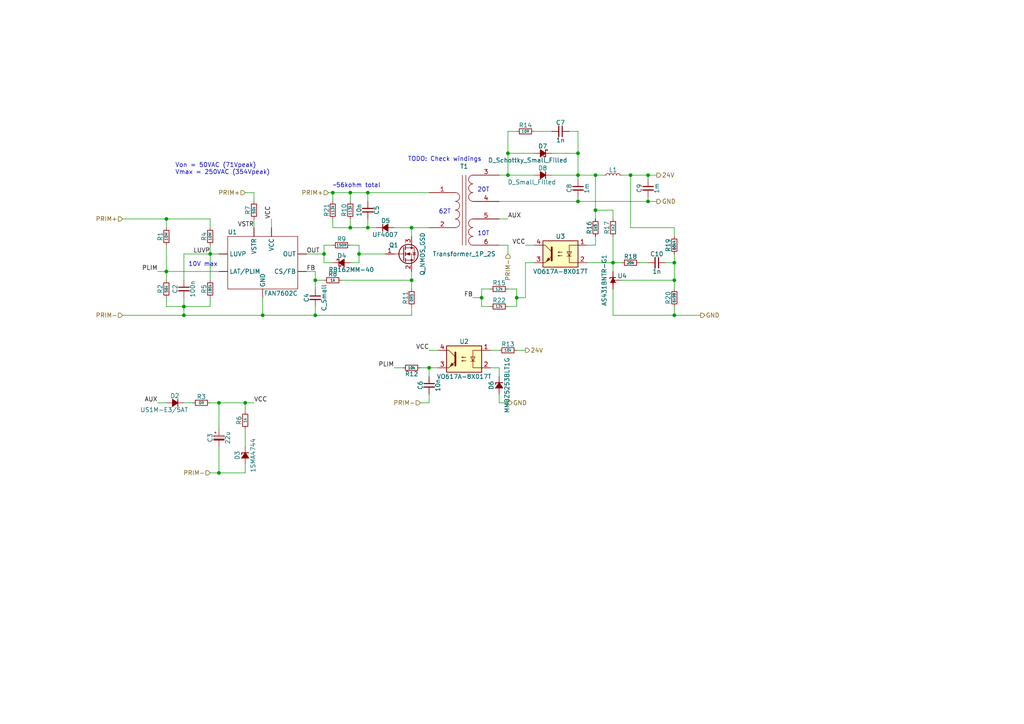
<source format=kicad_sch>
(kicad_sch (version 20211123) (generator eeschema)
  (paper "A4")
  (lib_symbols
    (symbol "DX-MON:FAN7602C" (pin_numbers hide)
      (property "Reference" "U" (at -10.16 8.89 0))
      (property "Value" "FAN7602C" (at 10.16 -8.89 0))
      (symbol "FAN7602C_0_1"
        (rectangle (start -10.16 7.62) (end 10.16 -7.62) (stroke (width 0.1524)))
      )
      (symbol "FAN7602C_1_1"
        (pin input line (at -12.7 2.54 0) (length 2.54) (name "LUVP") (number "1"))
        (pin input line (at -12.7 -2.54 0) (length 2.54) (name "LAT/PLIM") (number "2"))
        (pin input line (at 12.7 -2.54 180) (length 2.54) (name "CS/FB") (number "3"))
        (pin power_in line (at 0 -10.16 90) (length 2.54) (name "GND") (number "4"))
        (pin output line (at 12.7 2.54 180) (length 2.54) (name "OUT") (number "5"))
        (pin power_in line (at 2.54 10.16 270) (length 2.54) (name "VCC") (number "6"))
        (pin no_connect line (at 2.54 -7.62 90) (length 2.54) hide (name "NC") (number "7"))
        (pin power_in line (at -2.54 10.16 270) (length 2.54) (name "VSTR") (number "8"))
      )
    )
    (symbol "Device:C_Polarized_Small" (pin_numbers hide) (pin_names (offset 0.254) hide)
      (property "Reference" "C" (at 0.254 1.778 0))
      (property "Value" "C_Polarized_Small" (at 0.254 -2.032 0))
      (symbol "C_Polarized_Small_0_1"
        (rectangle (start -1.524 -0.3048) (end 1.524 -0.6858) (fill (type outline)))
        (rectangle (start -1.524 0.6858) (end 1.524 0.3048))
        (polyline (pts (xy -1.27 1.524) (xy -0.762 1.524)))
        (polyline (pts (xy -1.016 1.27) (xy -1.016 1.778)))
      )
      (symbol "C_Polarized_Small_1_1"
        (pin passive line (at 0 2.54 270) (length 1.8542) (name "~") (number "1"))
        (pin passive line (at 0 -2.54 90) (length 1.8542) (name "~") (number "2"))
      )
    )
    (symbol "Device:C_Small" (pin_numbers hide) (pin_names (offset 0.254) hide)
      (property "Reference" "C" (at 0.254 1.778 0))
      (property "Value" "C_Small" (at 0.254 -2.032 0))
      (symbol "C_Small_0_1"
        (polyline (pts (xy -1.524 -0.508) (xy 1.524 -0.508)) (stroke (width 0.3302)))
        (polyline (pts (xy -1.524 0.508) (xy 1.524 0.508)) (stroke (width 0.3048)))
      )
      (symbol "C_Small_1_1"
        (pin passive line (at 0 2.54 270) (length 2.032) (name "~") (number "1"))
        (pin passive line (at 0 -2.54 90) (length 2.032) (name "~") (number "2"))
      )
    )
    (symbol "Device:D_Schottky_Small_Filled" (pin_numbers hide) (pin_names (offset 0.254) hide)
      (property "Reference" "D" (at -1.27 2.032 0))
      (property "Value" "D_Schottky_Small_Filled" (at -7.112 -2.032 0))
      (symbol "D_Schottky_Small_Filled_0_1"
        (polyline (pts (xy -0.762 0) (xy 0.762 0)))
        (polyline (pts (xy 0.762 -1.016) (xy -0.762 0) (xy 0.762 1.016) (xy 0.762 -1.016)) (stroke (width 0.254)) (fill (type outline)))
        (polyline (pts (xy -1.27 0.762) (xy -1.27 1.016) (xy -0.762 1.016) (xy -0.762 -1.016) (xy -0.254 -1.016) (xy -0.254 -0.762)) (stroke (width 0.254)))
      )
      (symbol "D_Schottky_Small_Filled_1_1"
        (pin passive line (at -2.54 0 0) (length 1.778) (name "K") (number "1"))
        (pin passive line (at 2.54 0 180) (length 1.778) (name "A") (number "2"))
      )
    )
    (symbol "Device:D_Small_Filled" (pin_numbers hide) (pin_names (offset 0.254) hide)
      (property "Reference" "D" (at -1.27 2.032 0))
      (property "Value" "D_Small_Filled" (at -3.81 -2.032 0))
      (symbol "D_Small_Filled_0_1"
        (polyline (pts (xy -0.762 -1.016) (xy -0.762 1.016)) (stroke (width 0.254)))
        (polyline (pts (xy -0.762 0) (xy 0.762 0)))
        (polyline (pts (xy 0.762 -1.016) (xy -0.762 0) (xy 0.762 1.016) (xy 0.762 -1.016)) (stroke (width 0.254)) (fill (type outline)))
      )
      (symbol "D_Small_Filled_1_1"
        (pin passive line (at -2.54 0 0) (length 1.778) (name "K") (number "1"))
        (pin passive line (at 2.54 0 180) (length 1.778) (name "A") (number "2"))
      )
    )
    (symbol "Device:D_Zener_Small_Filled" (pin_numbers hide) (pin_names (offset 0.254) hide)
      (property "Reference" "D" (at 0 2.286 0))
      (property "Value" "D_Zener_Small_Filled" (at 0 -2.286 0))
      (symbol "D_Zener_Small_Filled_0_1"
        (polyline (pts (xy 0.762 0) (xy -0.762 0)))
        (polyline (pts (xy -0.254 1.016) (xy -0.762 1.016) (xy -0.762 -1.016)) (stroke (width 0.254)))
        (polyline (pts (xy 0.762 1.016) (xy -0.762 0) (xy 0.762 -1.016) (xy 0.762 1.016)) (stroke (width 0.254)) (fill (type outline)))
      )
      (symbol "D_Zener_Small_Filled_1_1"
        (pin passive line (at -2.54 0 0) (length 1.778) (name "K") (number "1"))
        (pin passive line (at 2.54 0 180) (length 1.778) (name "A") (number "2"))
      )
    )
    (symbol "Device:L_Small" (pin_numbers hide) (pin_names (offset 0.254) hide)
      (property "Reference" "L" (at 0.762 1.016 0))
      (property "Value" "L_Small" (at 0.762 -1.016 0))
      (symbol "L_Small_0_1"
        (arc (start 0 -2.032) (mid 0.508 -1.524) (end 0 -1.016))
        (arc (start 0 -1.016) (mid 0.508 -0.508) (end 0 0))
        (arc (start 0 0) (mid 0.508 0.508) (end 0 1.016))
        (arc (start 0 1.016) (mid 0.508 1.524) (end 0 2.032))
      )
      (symbol "L_Small_1_1"
        (pin passive line (at 0 2.54 270) (length 0.508) (name "~") (number "1"))
        (pin passive line (at 0 -2.54 90) (length 0.508) (name "~") (number "2"))
      )
    )
    (symbol "Device:Q_NMOS_GSD" (pin_names (offset 0) hide)
      (property "Reference" "Q" (at 5.08 1.27 0))
      (property "Value" "Q_NMOS_GSD" (at 5.08 -1.27 0))
      (symbol "Q_NMOS_GSD_0_1"
        (polyline (pts (xy 0.254 0) (xy -2.54 0)))
        (polyline (pts (xy 0.254 1.905) (xy 0.254 -1.905)) (stroke (width 0.254)))
        (polyline (pts (xy 0.762 -1.27) (xy 0.762 -2.286)) (stroke (width 0.254)))
        (polyline (pts (xy 0.762 0.508) (xy 0.762 -0.508)) (stroke (width 0.254)))
        (polyline (pts (xy 0.762 2.286) (xy 0.762 1.27)) (stroke (width 0.254)))
        (polyline (pts (xy 2.54 2.54) (xy 2.54 1.778)))
        (polyline (pts (xy 2.54 -2.54) (xy 2.54 0) (xy 0.762 0)))
        (polyline (pts (xy 0.762 -1.778) (xy 3.302 -1.778) (xy 3.302 1.778) (xy 0.762 1.778)))
        (polyline (pts (xy 1.016 0) (xy 2.032 0.381) (xy 2.032 -0.381) (xy 1.016 0)) (fill (type outline)))
        (polyline (pts (xy 2.794 0.508) (xy 2.921 0.381) (xy 3.683 0.381) (xy 3.81 0.254)))
        (polyline (pts (xy 3.302 0.381) (xy 2.921 -0.254) (xy 3.683 -0.254) (xy 3.302 0.381)))
        (circle (center 1.651 0) (radius 2.794) (stroke (width 0.254)))
        (circle (center 2.54 -1.778) (radius 0.254) (fill (type outline)))
        (circle (center 2.54 1.778) (radius 0.254) (fill (type outline)))
      )
      (symbol "Q_NMOS_GSD_1_1"
        (pin input line (at -5.08 0 0) (length 2.54) (name "G") (number "1"))
        (pin passive line (at 2.54 -5.08 90) (length 2.54) (name "S") (number "2"))
        (pin passive line (at 2.54 5.08 270) (length 2.54) (name "D") (number "3"))
      )
    )
    (symbol "Device:R_Small" (pin_numbers hide) (pin_names (offset 0.254) hide)
      (property "Reference" "R" (at 0.762 0.508 0))
      (property "Value" "R_Small" (at 0.762 -1.016 0))
      (symbol "R_Small_0_1"
        (rectangle (start -0.762 1.778) (end 0.762 -1.778) (stroke (width 0.2032)))
      )
      (symbol "R_Small_1_1"
        (pin passive line (at 0 2.54 270) (length 0.762) (name "~") (number "1"))
        (pin passive line (at 0 -2.54 90) (length 0.762) (name "~") (number "2"))
      )
    )
    (symbol "Device:Transformer_1P_2S" (pin_names (offset 1.016) hide)
      (property "Reference" "T" (at 0 12.7 0))
      (property "Value" "Transformer_1P_2S" (at 0 -12.7 0))
      (symbol "Transformer_1P_2S_0_1"
        (arc (start -2.54 -5.0546) (mid -1.6561 -4.6863) (end -1.27 -3.81))
        (arc (start -2.54 -2.5146) (mid -1.6561 -2.1463) (end -1.27 -1.27))
        (arc (start -2.54 0.0254) (mid -1.6561 0.3937) (end -1.27 1.27))
        (arc (start -2.54 2.5654) (mid -1.6561 2.9337) (end -1.27 3.81))
        (arc (start -1.27 -3.81) (mid -1.642 -2.912) (end -2.54 -2.54))
        (arc (start -1.27 -1.27) (mid -1.642 -0.372) (end -2.54 0))
        (arc (start -1.27 1.27) (mid -1.642 2.168) (end -2.54 2.54))
        (arc (start -1.27 3.81) (mid -1.642 4.708) (end -2.54 5.08))
        (polyline (pts (xy -0.508 -10.16) (xy -0.508 10.16)))
        (polyline (pts (xy 0.508 10.16) (xy 0.508 -10.16)))
        (arc (start 1.2954 -8.89) (mid 1.6599 -9.7701) (end 2.54 -10.1346))
        (arc (start 1.2954 -6.35) (mid 1.6599 -7.2301) (end 2.54 -7.5946))
        (arc (start 1.2954 -3.81) (mid 1.6599 -4.6901) (end 2.54 -5.0546))
        (arc (start 1.2954 3.81) (mid 1.6599 2.9299) (end 2.54 2.5654))
        (arc (start 1.2954 6.35) (mid 1.6599 5.4699) (end 2.54 5.1054))
        (arc (start 1.2954 8.89) (mid 1.6599 8.0099) (end 2.54 7.6454))
        (arc (start 2.54 -7.62) (mid 1.6456 -7.9883) (end 1.2954 -8.89))
        (arc (start 2.54 -5.08) (mid 1.6456 -5.4483) (end 1.2954 -6.35))
        (arc (start 2.54 -2.54) (mid 1.6456 -2.9083) (end 1.2954 -3.81))
        (arc (start 2.54 5.08) (mid 1.6456 4.7117) (end 1.2954 3.81))
        (arc (start 2.54 7.62) (mid 1.6456 7.2517) (end 1.2954 6.35))
        (arc (start 2.54 10.16) (mid 1.6456 9.7917) (end 1.2954 8.89))
      )
      (symbol "Transformer_1P_2S_1_1"
        (pin passive line (at -10.16 5.08 0) (length 7.62) (name "AA") (number "1"))
        (pin passive line (at -10.16 -5.08 0) (length 7.62) (name "AB") (number "2"))
        (pin passive line (at 10.16 10.16 180) (length 7.62) (name "SA") (number "3"))
        (pin passive line (at 10.16 2.54 180) (length 7.62) (name "SB") (number "4"))
        (pin passive line (at 10.16 -2.54 180) (length 7.62) (name "SC") (number "5"))
        (pin passive line (at 10.16 -10.16 180) (length 7.62) (name "SD") (number "6"))
      )
    )
    (symbol "Isolator:VO615A" (pin_names (offset 0.762))
      (property "Reference" "U" (at 0 7.62 0))
      (property "Value" "VO615A" (at 0 5.08 0))
      (symbol "VO615A_0_1"
        (rectangle (start -5.08 3.81) (end 5.08 -3.81) (stroke (width 0.254)) (fill (type background)))
        (polyline (pts (xy -3.175 -0.635) (xy -1.905 -0.635)))
        (polyline (pts (xy 2.54 0.635) (xy 4.445 2.54)))
        (polyline (pts (xy 4.445 -2.54) (xy 2.54 -0.635)) (fill (type outline)))
        (polyline (pts (xy 4.445 -2.54) (xy 5.08 -2.54)))
        (polyline (pts (xy 4.445 2.54) (xy 5.08 2.54)))
        (polyline (pts (xy 2.54 1.905) (xy 2.54 -1.905) (xy 2.54 -1.905)) (stroke (width 0.508)))
        (polyline (pts (xy -5.08 2.54) (xy -2.54 2.54) (xy -2.54 -2.54) (xy -5.08 -2.54)))
        (polyline (pts (xy -2.54 -0.635) (xy -3.175 0.635) (xy -1.905 0.635) (xy -2.54 -0.635)))
        (polyline (pts (xy -0.508 -0.508) (xy 0.762 -0.508) (xy 0.381 -0.635) (xy 0.381 -0.381) (xy 0.762 -0.508)))
        (polyline (pts (xy -0.508 0.508) (xy 0.762 0.508) (xy 0.381 0.381) (xy 0.381 0.635) (xy 0.762 0.508)))
        (polyline (pts (xy 3.048 -1.651) (xy 3.556 -1.143) (xy 4.064 -2.159) (xy 3.048 -1.651) (xy 3.048 -1.651)) (fill (type outline)))
      )
      (symbol "VO615A_1_1"
        (pin passive line (at -7.62 2.54 0) (length 2.54) (name "~") (number "1"))
        (pin passive line (at -7.62 -2.54 0) (length 2.54) (name "~") (number "2"))
        (pin passive line (at 7.62 -2.54 180) (length 2.54) (name "~") (number "3"))
        (pin passive line (at 7.62 2.54 180) (length 2.54) (name "~") (number "4"))
      )
    )
    (symbol "Reference_Voltage:TL431DBZ" (pin_numbers hide) (pin_names hide)
      (property "Reference" "U" (at -2.54 2.54 0))
      (property "Value" "TL431DBZ" (at 0 -2.54 0))
      (symbol "TL431DBZ_0_1"
        (polyline (pts (xy -1.27 0) (xy 0 0) (xy 1.27 0)))
        (polyline (pts (xy -0.762 0.762) (xy 0.762 0) (xy -0.762 -0.762)) (fill (type outline)))
        (polyline (pts (xy 0.508 -1.016) (xy 0.762 -0.762) (xy 0.762 0.762) (xy 0.762 0.762)) (stroke (width 0.254)))
      )
      (symbol "TL431DBZ_1_1"
        (pin passive line (at 2.54 0 180) (length 2.54) (name "K") (number "1"))
        (pin passive line (at 0 2.54 270) (length 2.54) (name "REF") (number "2"))
        (pin passive line (at -2.54 0 0) (length 2.54) (name "A") (number "3"))
      )
    )
  )
  (junction (at 182.88 50.8))
  (junction (at 187.96 50.8))
  (junction (at 172.72 60.96))
  (junction (at 167.64 44.45))
  (junction (at 119.38 81.28))
  (junction (at 101.6 66.04))
  (junction (at 96.52 55.88))
  (junction (at 53.34 91.44))
  (junction (at 48.26 63.5))
  (junction (at 195.58 91.44))
  (junction (at 147.32 44.45))
  (junction (at 195.58 81.28))
  (junction (at 167.64 58.42))
  (junction (at 71.12 116.84))
  (junction (at 124.46 106.68))
  (junction (at 53.34 88.9))
  (junction (at 48.26 78.74))
  (junction (at 104.14 73.66))
  (junction (at 195.58 76.2))
  (junction (at 139.7 86.36))
  (junction (at 63.5 116.84))
  (junction (at 76.2 91.44))
  (junction (at 101.6 55.88))
  (junction (at 177.8 76.2))
  (junction (at 119.38 66.04))
  (junction (at 63.5 137.16))
  (junction (at 172.72 50.8))
  (junction (at 106.68 55.88))
  (junction (at 60.96 73.66))
  (junction (at 91.44 91.44))
  (junction (at 147.32 50.8))
  (junction (at 149.86 86.36))
  (junction (at 91.44 81.28))
  (junction (at 106.68 66.04))
  (junction (at 167.64 50.8))
  (junction (at 187.96 58.42))
  (junction (at 93.98 73.66))
  (wire (pts (xy 96.52 55.88) (xy 101.6 55.88)))
  (wire (pts (xy 60.96 81.28) (xy 60.96 73.66)))
  (wire (pts (xy 152.4 71.12) (xy 154.94 71.12)))
  (wire (pts (xy 60.96 137.16) (xy 63.5 137.16)))
  (wire (pts (xy 149.86 88.9) (xy 149.86 86.36)))
  (wire (pts (xy 177.8 63.5) (xy 177.8 60.96)))
  (wire (pts (xy 48.26 63.5) (xy 60.96 63.5)))
  (wire (pts (xy 144.78 101.6) (xy 142.24 101.6)))
  (wire (pts (xy 139.7 86.36) (xy 137.16 86.36)))
  (wire (pts (xy 124.46 116.84) (xy 124.46 114.3)))
  (wire (pts (xy 139.7 88.9) (xy 139.7 86.36)))
  (wire (pts (xy 147.32 88.9) (xy 149.86 88.9)))
  (wire (pts (xy 71.12 124.46) (xy 71.12 129.54)))
  (wire (pts (xy 78.74 63.5) (xy 78.74 66.04)))
  (wire (pts (xy 48.26 78.74) (xy 63.5 78.74)))
  (wire (pts (xy 177.8 76.2) (xy 177.8 68.58)))
  (wire (pts (xy 187.96 76.2) (xy 185.42 76.2)))
  (wire (pts (xy 48.26 71.12) (xy 48.26 78.74)))
  (wire (pts (xy 160.02 38.1) (xy 154.94 38.1)))
  (wire (pts (xy 167.64 58.42) (xy 187.96 58.42)))
  (wire (pts (xy 124.46 109.22) (xy 124.46 106.68)))
  (wire (pts (xy 182.88 50.8) (xy 182.88 66.04)))
  (wire (pts (xy 63.5 116.84) (xy 71.12 116.84)))
  (wire (pts (xy 119.38 66.04) (xy 119.38 68.58)))
  (wire (pts (xy 142.24 106.68) (xy 144.78 106.68)))
  (wire (pts (xy 149.86 83.82) (xy 147.32 83.82)))
  (wire (pts (xy 96.52 66.04) (xy 101.6 66.04)))
  (wire (pts (xy 53.34 116.84) (xy 55.88 116.84)))
  (wire (pts (xy 35.56 91.44) (xy 53.34 91.44)))
  (wire (pts (xy 195.58 88.9) (xy 195.58 91.44)))
  (wire (pts (xy 93.98 71.12) (xy 93.98 73.66)))
  (wire (pts (xy 114.3 66.04) (xy 119.38 66.04)))
  (wire (pts (xy 167.64 44.45) (xy 167.64 50.8)))
  (wire (pts (xy 101.6 63.5) (xy 101.6 66.04)))
  (wire (pts (xy 53.34 73.66) (xy 60.96 73.66)))
  (wire (pts (xy 147.32 63.5) (xy 144.78 63.5)))
  (wire (pts (xy 99.06 81.28) (xy 119.38 81.28)))
  (wire (pts (xy 172.72 50.8) (xy 172.72 60.96)))
  (wire (pts (xy 60.96 86.36) (xy 60.96 88.9)))
  (wire (pts (xy 167.64 50.8) (xy 172.72 50.8)))
  (wire (pts (xy 187.96 50.8) (xy 190.5 50.8)))
  (wire (pts (xy 104.14 71.12) (xy 104.14 73.66)))
  (wire (pts (xy 144.78 116.84) (xy 147.32 116.84)))
  (wire (pts (xy 45.72 116.84) (xy 48.26 116.84)))
  (wire (pts (xy 147.32 50.8) (xy 147.32 44.45)))
  (wire (pts (xy 144.78 116.84) (xy 144.78 114.3)))
  (wire (pts (xy 195.58 81.28) (xy 195.58 83.82)))
  (wire (pts (xy 121.92 106.68) (xy 124.46 106.68)))
  (wire (pts (xy 149.86 86.36) (xy 149.86 83.82)))
  (wire (pts (xy 195.58 76.2) (xy 195.58 81.28)))
  (wire (pts (xy 53.34 88.9) (xy 53.34 91.44)))
  (wire (pts (xy 93.98 76.2) (xy 96.52 76.2)))
  (wire (pts (xy 48.26 63.5) (xy 48.26 66.04)))
  (wire (pts (xy 154.94 44.45) (xy 147.32 44.45)))
  (wire (pts (xy 182.88 50.8) (xy 187.96 50.8)))
  (wire (pts (xy 144.78 106.68) (xy 144.78 109.22)))
  (wire (pts (xy 170.18 76.2) (xy 177.8 76.2)))
  (wire (pts (xy 71.12 116.84) (xy 71.12 119.38)))
  (wire (pts (xy 45.72 78.74) (xy 48.26 78.74)))
  (wire (pts (xy 142.24 83.82) (xy 139.7 83.82)))
  (wire (pts (xy 167.64 57.15) (xy 167.64 58.42)))
  (wire (pts (xy 93.98 73.66) (xy 93.98 76.2)))
  (wire (pts (xy 76.2 91.44) (xy 91.44 91.44)))
  (wire (pts (xy 95.25 55.88) (xy 96.52 55.88)))
  (wire (pts (xy 96.52 63.5) (xy 96.52 66.04)))
  (wire (pts (xy 60.96 88.9) (xy 53.34 88.9)))
  (wire (pts (xy 73.66 55.88) (xy 73.66 58.42)))
  (wire (pts (xy 121.92 116.84) (xy 124.46 116.84)))
  (wire (pts (xy 195.58 91.44) (xy 203.2 91.44)))
  (wire (pts (xy 71.12 55.88) (xy 73.66 55.88)))
  (wire (pts (xy 53.34 91.44) (xy 76.2 91.44)))
  (wire (pts (xy 71.12 134.62) (xy 71.12 137.16)))
  (wire (pts (xy 152.4 86.36) (xy 149.86 86.36)))
  (wire (pts (xy 53.34 86.36) (xy 53.34 88.9)))
  (wire (pts (xy 165.1 38.1) (xy 167.64 38.1)))
  (wire (pts (xy 109.22 66.04) (xy 106.68 66.04)))
  (wire (pts (xy 149.86 101.6) (xy 152.4 101.6)))
  (wire (pts (xy 35.56 63.5) (xy 48.26 63.5)))
  (wire (pts (xy 91.44 91.44) (xy 119.38 91.44)))
  (wire (pts (xy 172.72 60.96) (xy 172.72 63.5)))
  (wire (pts (xy 167.64 58.42) (xy 144.78 58.42)))
  (wire (pts (xy 187.96 57.15) (xy 187.96 58.42)))
  (wire (pts (xy 139.7 88.9) (xy 142.24 88.9)))
  (wire (pts (xy 76.2 86.36) (xy 76.2 91.44)))
  (wire (pts (xy 187.96 52.07) (xy 187.96 50.8)))
  (wire (pts (xy 48.26 81.28) (xy 48.26 78.74)))
  (wire (pts (xy 119.38 83.82) (xy 119.38 81.28)))
  (wire (pts (xy 147.32 38.1) (xy 149.86 38.1)))
  (wire (pts (xy 60.96 73.66) (xy 63.5 73.66)))
  (wire (pts (xy 119.38 66.04) (xy 124.46 66.04)))
  (wire (pts (xy 152.4 76.2) (xy 152.4 86.36)))
  (wire (pts (xy 60.96 116.84) (xy 63.5 116.84)))
  (wire (pts (xy 101.6 71.12) (xy 104.14 71.12)))
  (wire (pts (xy 170.18 71.12) (xy 172.72 71.12)))
  (wire (pts (xy 101.6 58.42) (xy 101.6 55.88)))
  (wire (pts (xy 167.64 38.1) (xy 167.64 44.45)))
  (wire (pts (xy 71.12 137.16) (xy 63.5 137.16)))
  (wire (pts (xy 101.6 66.04) (xy 106.68 66.04)))
  (wire (pts (xy 73.66 116.84) (xy 71.12 116.84)))
  (wire (pts (xy 96.52 71.12) (xy 93.98 71.12)))
  (wire (pts (xy 106.68 55.88) (xy 106.68 58.42)))
  (wire (pts (xy 91.44 88.9) (xy 91.44 91.44)))
  (wire (pts (xy 96.52 58.42) (xy 96.52 55.88)))
  (wire (pts (xy 175.26 50.8) (xy 172.72 50.8)))
  (wire (pts (xy 124.46 106.68) (xy 127 106.68)))
  (wire (pts (xy 144.78 71.12) (xy 147.32 71.12)))
  (wire (pts (xy 60.96 71.12) (xy 60.96 73.66)))
  (wire (pts (xy 91.44 78.74) (xy 91.44 81.28)))
  (wire (pts (xy 119.38 81.28) (xy 119.38 78.74)))
  (wire (pts (xy 104.14 73.66) (xy 111.76 73.66)))
  (wire (pts (xy 88.9 78.74) (xy 91.44 78.74)))
  (wire (pts (xy 101.6 55.88) (xy 106.68 55.88)))
  (wire (pts (xy 167.64 50.8) (xy 160.02 50.8)))
  (wire (pts (xy 144.78 50.8) (xy 147.32 50.8)))
  (wire (pts (xy 177.8 60.96) (xy 172.72 60.96)))
  (wire (pts (xy 63.5 137.16) (xy 63.5 129.54)))
  (wire (pts (xy 124.46 101.6) (xy 127 101.6)))
  (wire (pts (xy 106.68 66.04) (xy 106.68 63.5)))
  (wire (pts (xy 193.04 76.2) (xy 195.58 76.2)))
  (wire (pts (xy 154.94 50.8) (xy 147.32 50.8)))
  (wire (pts (xy 195.58 66.04) (xy 182.88 66.04)))
  (wire (pts (xy 60.96 63.5) (xy 60.96 66.04)))
  (wire (pts (xy 187.96 58.42) (xy 190.5 58.42)))
  (wire (pts (xy 48.26 88.9) (xy 53.34 88.9)))
  (wire (pts (xy 147.32 73.66) (xy 147.32 71.12)))
  (wire (pts (xy 88.9 73.66) (xy 93.98 73.66)))
  (wire (pts (xy 101.6 76.2) (xy 104.14 76.2)))
  (wire (pts (xy 154.94 76.2) (xy 152.4 76.2)))
  (wire (pts (xy 91.44 81.28) (xy 91.44 83.82)))
  (wire (pts (xy 53.34 81.28) (xy 53.34 73.66)))
  (wire (pts (xy 195.58 73.66) (xy 195.58 76.2)))
  (wire (pts (xy 177.8 76.2) (xy 177.8 78.74)))
  (wire (pts (xy 180.34 81.28) (xy 195.58 81.28)))
  (wire (pts (xy 180.34 76.2) (xy 177.8 76.2)))
  (wire (pts (xy 139.7 83.82) (xy 139.7 86.36)))
  (wire (pts (xy 114.3 106.68) (xy 116.84 106.68)))
  (wire (pts (xy 167.64 52.07) (xy 167.64 50.8)))
  (wire (pts (xy 195.58 68.58) (xy 195.58 66.04)))
  (wire (pts (xy 172.72 71.12) (xy 172.72 68.58)))
  (wire (pts (xy 180.34 50.8) (xy 182.88 50.8)))
  (wire (pts (xy 124.46 55.88) (xy 106.68 55.88)))
  (wire (pts (xy 160.02 44.45) (xy 167.64 44.45)))
  (wire (pts (xy 147.32 44.45) (xy 147.32 38.1)))
  (wire (pts (xy 177.8 91.44) (xy 195.58 91.44)))
  (wire (pts (xy 73.66 63.5) (xy 73.66 66.04)))
  (wire (pts (xy 104.14 76.2) (xy 104.14 73.66)))
  (wire (pts (xy 93.98 81.28) (xy 91.44 81.28)))
  (wire (pts (xy 177.8 83.82) (xy 177.8 91.44)))
  (wire (pts (xy 63.5 124.46) (xy 63.5 116.84)))
  (wire (pts (xy 119.38 88.9) (xy 119.38 91.44)))
  (wire (pts (xy 48.26 86.36) (xy 48.26 88.9)))
  (text "62T" (at 130.81 62.23 180) (effects (font (size 1.27 1.27)) (justify right bottom)))
  (text "~56kohm total" (at 96.52 54.61 0) (effects (font (size 1.27 1.27)) (justify left bottom)))
  (text "10V max" (at 54.61 77.47 0) (effects (font (size 1.27 1.27)) (justify left bottom)))
  (text "Von = 50VAC (71Vpeak)\nVmax = 250VAC (354Vpeak)" (at 50.8 50.8 0) (effects (font (size 1.27 1.27)) (justify left bottom)))
  (text "20T" (at 138.43 55.88 0) (effects (font (size 1.27 1.27)) (justify left bottom)))
  (text "10T" (at 138.4296 68.5585 0) (effects (font (size 1.27 1.27)) (justify left bottom)))
  (text "TODO: Check windings" (at 139.7 46.99 180) (effects (font (size 1.27 1.27)) (justify right bottom)))
  (label "VSTR" (at 73.66 66.04 180))
  (label "FB" (at 137.16 86.36 180))
  (label "VCC" (at 152.4 71.12 180))
  (label "FB" (at 88.9 78.74 0))
  (label "AUX" (at 147.32 63.5 0))
  (label "VCC" (at 73.66 116.84 0))
  (label "OUT" (at 88.9 73.66 0))
  (label "PLIM" (at 45.72 78.74 180))
  (label "VCC" (at 124.46 101.6 180))
  (label "PLIM" (at 114.3 106.68 180))
  (label "AUX" (at 45.72 116.84 180))
  (label "LUVP" (at 60.96 73.66 180))
  (label "VCC" (at 78.74 63.5 90))
  (hierarchical_label "PRIM-" (shape input) (at 60.96 137.16 180))
  (hierarchical_label "GND" (shape output) (at 147.32 116.84 0))
  (hierarchical_label "24V" (shape output) (at 190.5 50.8 0))
  (hierarchical_label "PRIM-" (shape input) (at 147.32 73.66 270))
  (hierarchical_label "PRIM+" (shape input) (at 95.25 55.88 180))
  (hierarchical_label "PRIM+" (shape input) (at 35.56 63.5 180))
  (hierarchical_label "PRIM+" (shape input) (at 71.12 55.88 180))
  (hierarchical_label "PRIM-" (shape input) (at 121.92 116.84 180))
  (hierarchical_label "GND" (shape output) (at 190.5 58.42 0))
  (hierarchical_label "GND" (shape output) (at 203.2 91.44 0))
  (hierarchical_label "PRIM-" (shape input) (at 35.56 91.44 180))
  (hierarchical_label "24V" (shape output) (at 152.4 101.6 0))
  (symbol (lib_id "Device:R_Small") (at 147.32 101.6 270) (unit 1)
    (property "Reference" "R13" (at 147.32 99.822 90))
    (property "Value" "10k" (at 147.32 101.6 90) (effects (font (size 0.762 0.762))))
    (property "Footprint" "rhais_rcl:R0603" (effects hide))
    (property "Datasheet" "https://www.vishay.com/docs/28773/crcwce3.pdf" (effects hide))
    (property "MFR" "Vishay Dale" (effects hide))
    (property "MPN" "CRCW060310K0FKEBC" (effects hide))
    (property "OC_DIGIKEY" "541-CRCW060310K0FKEBCCT-ND" (effects hide))
    (property "URL_DIGIKEY" "https://www.digikey.com/en/products/detail/vishay-dale/CRCW060310K0FKEBC/7924296" (effects hide))
  )
  (symbol (lib_id "Device:D_Schottky_Small_Filled") (at 99.06 76.2 0) (unit 1)
    (property "Reference" "D4" (at 97.79 74.168 0) (effects (justify left)))
    (property "Value" "RB162MM-40" (at 95.25 78.232 0) (effects (justify left)))
    (property "Footprint" "Diode_SMD:D_SOD-123F" (effects hide))
    (property "Datasheet" "https://fscdn.rohm.com/en/products/databook/datasheet/discrete/diode/schottky_barrier/rb162mm-40tr-e.pdf" (effects hide))
    (property "MFR" "Rohm" (effects hide))
    (property "MPN" "RB162MM-40TR" (effects hide))
    (property "OC_DIGIKEY" "RB162MM-40CT-ND" (effects hide))
    (property "URL_DIGIKEY" "digikey.com/en/products/detail/rohm-semiconductor/RB162MM-40TR/5001868" (effects hide))
  )
  (symbol (lib_id "Device:L_Small") (at 177.8 50.8 90) (unit 1)
    (property "Reference" "L1" (at 177.8 49.276 90))
    (property "Datasheet" "https://www.bourns.com/docs/Product-Datasheets/PQ2614.pdf" (effects hide))
    (property "MFR" "Bourns" (effects hide))
    (property "MPN" "PQ2614BLA-100K" (effects hide))
    (property "OC_DIGIKEY" "PQ2614BLA-100K-ND" (effects hide))
    (property "URL_DIGIKEY" "https://www.digikey.com/en/products/detail/bourns-inc/PQ2614BLA-100K/7695905" (effects hide))
  )
  (symbol (lib_id "Device:R_Small") (at 195.58 86.36 0) (unit 1)
    (property "Reference" "R20" (at 193.802 86.36 90))
    (property "Value" "6k98" (at 195.58 86.36 90) (effects (font (size 0.762 0.762))))
    (property "Footprint" "rhais_rcl:R0603" (effects hide))
    (property "Datasheet" "https://www.yageo.com/upload/media/product/productsearch/datasheet/rchip/PYu-RC_Group_51_RoHS_L_11.pdf" (effects hide))
    (property "MFR" "Yageo" (effects hide))
    (property "MPN" "RC0603FR-076K98L" (effects hide))
    (property "OC_DIGIKEY" "311-6.98KHRCT-ND" (effects hide))
    (property "URL_DIGIKEY" "https://www.digikey.com/en/products/detail/yageo/RC0603FR-076K98L/727326" (effects hide))
  )
  (symbol (lib_id "Device:C_Small") (at 91.44 86.36 0) (unit 1)
    (property "Reference" "C4" (at 88.9 86.36 90))
    (property "Value" "C_Small" (at 93.98 86.36 90))
  )
  (symbol (lib_id "Device:R_Small") (at 119.38 106.68 90) (unit 1)
    (property "Reference" "R12" (at 119.38 108.458 90))
    (property "Value" "10k" (at 119.38 106.68 90) (effects (font (size 0.762 0.762))))
    (property "Footprint" "rhais_rcl:R0603" (effects hide))
    (property "Datasheet" "https://www.vishay.com/docs/28773/crcwce3.pdf" (effects hide))
    (property "MFR" "Vishay Dale" (effects hide))
    (property "MPN" "CRCW060310K0FKEBC" (effects hide))
    (property "OC_DIGIKEY" "541-CRCW060310K0FKEBCCT-ND" (effects hide))
    (property "URL_DIGIKEY" "https://www.digikey.com/en/products/detail/vishay-dale/CRCW060310K0FKEBC/7924296" (effects hide))
  )
  (symbol (lib_id "Device:C_Small") (at 162.56 38.1 270) (unit 1)
    (property "Reference" "C7" (at 162.56 35.56 90))
    (property "Value" "1n" (at 162.56 40.64 90))
    (property "Footprint" "rhais_rcl:C1206" (effects hide))
    (property "Datasheet" "https://api.kemet.com/component-edge/download/datasheet/C1206C102KDRACTU.pdf" (effects hide))
    (property "MFR" "Kemet" (effects hide))
    (property "MPN" "C1206C102KDRAC7800" (effects hide))
    (property "OC_DIGIKEY" "399-C1206C102KDRAC7800CT-ND" (effects hide))
    (property "URL_DIGIKEY" "https://www.digikey.com/en/products/detail/kemet/C1206C102KDRAC7800/721282" (effects hide))
  )
  (symbol (lib_id "Device:D_Small_Filled") (at 50.8 116.84 0) (mirror y) (unit 1)
    (property "Reference" "D2" (at 52.07 114.808 0) (effects (justify left)))
    (property "Value" "US1M-E3/5AT" (at 54.61 118.872 0) (effects (justify left)))
    (property "Footprint" "rhais_diode:D_SMA" (effects hide))
    (property "Datasheet" "https://www.vishay.com/docs/88768/us1.pdf" (effects hide))
    (property "MFR" "Vishay" (effects hide))
    (property "MPN" "US1M-E3/5AT" (effects hide))
    (property "OC_DIGIKEY" "US1M-E3/5ATGICT-ND" (effects hide))
    (property "URL_DIGIKEY" "https://www.digikey.com/en/products/detail/vishay-general-semiconductor-diodes-division/US1M-E3-5AT/2149381" (effects hide))
  )
  (symbol (lib_id "Device:R_Small") (at 48.26 68.58 0) (unit 1)
    (property "Reference" "R1" (at 46.482 68.58 90))
    (property "Value" "10M" (at 48.26 68.58 90) (effects (font (size 0.762 0.762))))
    (property "Footprint" "rhais_rcl:R0805" (effects hide))
    (property "Datasheet" "https://www.vishay.com/docs/20054/rcve3.pdf" (effects hide))
    (property "MFR" "Vishay Dale" (effects hide))
    (property "MPN" "RCV080510M0FKEA" (effects hide))
    (property "OC_DIGIKEY" "BC2815CT-ND" (effects hide))
    (property "URL_DIGIKEY" "https://www.digikey.com/en/products/detail/vishay-dale/RCV080510M0FKEA/4303581" (effects hide))
  )
  (symbol (lib_id "Device:R_Small") (at 177.8 66.04 0) (unit 1)
    (property "Reference" "R17" (at 176.022 66.04 90))
    (property "Value" "1k2" (at 177.8 66.04 90) (effects (font (size 0.762 0.762))))
    (property "Footprint" "rhais_rcl:R0603" (effects hide))
    (property "Datasheet" "https://www.vishay.com/docs/28773/crcwce3.pdf" (effects hide))
    (property "MFR" "Vishay Dale" (effects hide))
    (property "MPN" "CRCW06031K20FKEAC" (effects hide))
    (property "OC_DIGIKEY" "541-5225-1-ND" (effects hide))
    (property "URL_DIGIKEY" "https://www.digikey.com/en/products/detail/vishay-dale/CRCW06031K20FKEAC/7924070" (effects hide))
  )
  (symbol (lib_id "Device:R_Small") (at 73.66 60.96 0) (unit 1)
    (property "Reference" "R7" (at 71.882 60.96 90))
    (property "Value" "50k" (at 73.66 60.96 90) (effects (font (size 0.762 0.762))))
    (property "Datasheet" "https://www.yageo.com/upload/media/product/productsearch/datasheet/rchip/PYu-RC_Group_51_RoHS_L_11.pdf" (effects hide))
    (property "MFR" "Yageo" (effects hide))
    (property "MPN" "RC1210FR-0747KL" (effects hide))
    (property "OC_DIGIKEY" "13-RC1210FR-0747KLCT-ND" (effects hide))
    (property "URL_DIGIKEY" "https://www.digikey.com/en/products/detail/yageo/RC1210FR-0747KL/5919614" (effects hide))
  )
  (symbol (lib_id "Device:D_Schottky_Small_Filled") (at 157.48 44.45 0) (mirror y) (unit 1)
    (property "Reference" "D7" (at 158.75 42.418 0) (effects (justify left)))
    (property "Value" "D_Schottky_Small_Filled" (at 164.592 46.482 0) (effects (justify left)))
  )
  (symbol (lib_id "Isolator:VO615A") (at 162.56 73.66 0) (mirror y) (unit 1)
    (property "Reference" "U3" (at 162.56 68.58 0))
    (property "Value" "VO617A-8X017T" (at 162.56 78.74 0))
    (property "Footprint" "Package_SO:SO-4_7.6x3.6mm_P2.54mm" (effects hide))
    (property "Datasheet" "https://www.vishay.com/docs/83430/vo617a.pdf" (effects hide))
    (property "MFR" "Vishay" (effects hide))
    (property "MPN" "VO617A-8X017T" (effects hide))
    (property "OC_DIGIKEY" "VO617A-8X017TCT-ND" (effects hide))
    (property "URL_DIGIKEY" "https://www.digikey.com/en/products/detail/vishay-semiconductor-opto-division/VO617A-8X017T/4073953" (effects hide))
  )
  (symbol (lib_id "Device:C_Small") (at 124.46 111.76 0) (unit 1)
    (property "Reference" "C6" (at 121.92 111.76 90))
    (property "Value" "10n" (at 127 111.76 90))
    (property "Footprint" "rhais_rcl:C0603" (effects hide))
    (property "Datasheet" "http://www.passivecomponent.com/wp-content/uploads/datasheet/WTC_MLCC_General_Purpose.pdf" (effects hide))
    (property "MFR" "Walsin" (effects hide))
    (property "MPN" "0603B103K500CT" (effects hide))
    (property "OC_DIGIKEY" "1292-1386-1-ND" (effects hide))
    (property "URL_DIGIKEY" "https://www.digikey.com/en/products/detail/walsin-technology-corporation/0603B103K500CT/9354883" (effects hide))
  )
  (symbol (lib_id "Device:R_Small") (at 96.52 81.28 270) (unit 1)
    (property "Reference" "R8" (at 96.52 79.502 90))
    (property "Value" "1k" (at 96.52 81.28 90) (effects (font (size 0.762 0.762))))
    (property "Footprint" "rhais_rcl:R0603" (effects hide))
    (property "Datasheet" "https://www.vishay.com/docs/28773/crcwce3.pdf" (effects hide))
    (property "MFR" "Vishay Dale" (effects hide))
    (property "MPN" "CRCW06031K00FKEAC" (effects hide))
    (property "OC_DIGIKEY" "541-3949-1-ND" (effects hide))
    (property "URL_DIGIKEY" "https://www.digikey.com/en/products/detail/vishay-dale/CRCW06031K00FKEAC/7928371" (effects hide))
  )
  (symbol (lib_id "Device:C_Polarized_Small") (at 63.5 127 0) (unit 1)
    (property "Reference" "C3" (at 60.96 127 90))
    (property "Value" "22u" (at 66.04 127 90))
    (property "Datasheet" "https://www.cde.com/resources/catalogs/AVE.pdf" (effects hide))
    (property "MFR" "Würth Elektronik" (effects hide))
    (property "MPN" "860010472003" (effects hide))
    (property "OC_DIGIKEY" "732-8626-1-ND" (effects hide))
    (property "URL_DIGIKEY" "https://www.digikey.com/en/products/detail/w%C3%BCrth-elektronik/860010472003/5728582" (effects hide))
  )
  (symbol (lib_id "Reference_Voltage:TL431DBZ") (at 177.8 81.28 270) (mirror x) (unit 1)
    (property "Reference" "U4" (at 179.07 80.01 90) (effects (justify left)))
    (property "Value" "AS431BNTR-G1" (at 175.26 81.28 0))
    (property "Datasheet" "https://www.diodes.com/assets/Datasheets/AS431.pdf" (effects hide))
    (property "MFR" "Diodes Inc" (effects hide))
    (property "MPN" "AS431BNTR-G1" (effects hide))
    (property "OC_DIGIKEY" "AS431BNTR-G1DICT-ND" (effects hide))
    (property "URL_DIGIKEY" "https://www.digikey.com/en/products/detail/diodes-incorporated/AS431BNTR-G1/4470927" (effects hide))
  )
  (symbol (lib_id "Device:C_Small") (at 53.34 83.82 0) (unit 1)
    (property "Reference" "C2" (at 50.8 83.82 90))
    (property "Value" "100n" (at 55.88 83.82 90))
    (property "Footprint" "rhais_rcl:C0603" (effects hide))
  )
  (symbol (lib_id "Device:R_Small") (at 172.72 66.04 0) (unit 1)
    (property "Reference" "R16" (at 170.942 66.04 90))
    (property "Value" "1k5" (at 172.72 66.04 90) (effects (font (size 0.762 0.762))))
    (property "Footprint" "rhais_rcl:R0603" (effects hide))
    (property "Datasheet" "https://www.vishay.com/docs/28773/crcwce3.pdf" (effects hide))
    (property "MFR" "Vishay Dale" (effects hide))
    (property "MPN" "CRCW06031K50FKEAC" (effects hide))
    (property "OC_DIGIKEY" "541-4020-1-ND" (effects hide))
    (property "URL_DIGIKEY" "https://www.digikey.com/en/products/detail/vishay-dale/CRCW06031K50FKEAC/7928442" (effects hide))
  )
  (symbol (lib_id "Device:R_Small") (at 144.78 88.9 270) (unit 1)
    (property "Reference" "R22" (at 144.78 87.122 90))
    (property "Value" "12k" (at 144.78 88.9 90) (effects (font (size 0.762 0.762))))
    (property "Footprint" "rhais_rcl:R0603" (effects hide))
    (property "Datasheet" "https://www.vishay.com/docs/28773/crcwce3.pdf" (effects hide))
    (property "MFR" "Vishay Dale" (effects hide))
    (property "MPN" "CRCW060312K0FKEAC" (effects hide))
    (property "OC_DIGIKEY" "541-4046-1-ND" (effects hide))
    (property "URL_DIGIKEY" "https://www.digikey.com/en/products/detail/vishay-dale/CRCW060312K0FKEAC/7928468" (effects hide))
  )
  (symbol (lib_id "Device:R_Small") (at 119.38 86.36 0) (unit 1)
    (property "Reference" "R11" (at 117.602 86.36 90))
    (property "Value" "0R5" (at 119.38 86.36 90) (effects (font (size 0.762 0.762))))
    (property "Footprint" "Resistor_THT:R_Axial_DIN0414_L11.9mm_D4.5mm_P15.24mm_Horizontal" (effects hide))
    (property "Datasheet" "http://www.ohmite.com/assets/docs/res_wh_wn.pdf?r=false" (effects hide))
    (property "MFR" "Ohmite" (effects hide))
    (property "MPN" "WHCR50FET" (effects hide))
    (property "OC_DIGIKEY" "WHCR50FECT-ND" (effects hide))
    (property "URL_DIGIKEY" "https://www.digikey.com/en/products/detail/ohmite/WHCR50FET/678855" (effects hide))
  )
  (symbol (lib_id "Device:R_Small") (at 48.26 83.82 0) (unit 1)
    (property "Reference" "R2" (at 46.482 83.82 90))
    (property "Value" "56k" (at 48.26 83.82 90) (effects (font (size 0.762 0.762))))
    (property "Footprint" "rhais_rcl:R0603" (effects hide))
    (property "Datasheet" "https://www.vishay.com/docs/28773/crcwce3.pdf" (effects hide))
    (property "MFR" "Vishay Dale" (effects hide))
    (property "MPN" "CRCW060356K0FKEAC" (effects hide))
    (property "OC_DIGIKEY" "541-5481-1-ND" (effects hide))
    (property "URL_DIGIKEY" "https://www.digikey.com/en/products/detail/vishay-dale/CRCW060356K0FKEAC/7924061" (effects hide))
  )
  (symbol (lib_id "Device:R_Small") (at 96.52 60.96 0) (unit 1)
    (property "Reference" "R21" (at 94.742 60.96 90))
    (property "Value" "113k" (at 96.52 60.96 90) (effects (font (size 0.762 0.762))))
    (property "Footprint" "Resistor_THT:R_Axial_DIN0207_L6.3mm_D2.5mm_P10.16mm_Horizontal" (effects hide))
    (property "Datasheet" "https://www.vishay.com/docs/28724/mrs16m25.pdf" (effects hide))
    (property "MFR" "Vishay Beyschlag" (effects hide))
    (property "MPN" "MRS25000C1133FCT00" (effects hide))
    (property "OC_DIGIKEY" "56-MRS25000C1133FCT00CT-ND" (effects hide))
    (property "URL_DIGIKEY" "https://www.digikey.com/en/products/detail/vishay-beyschlag-draloric-bc-components/MRS25000C1133FCT00/15219897" (effects hide))
  )
  (symbol (lib_id "Device:D_Small_Filled") (at 111.76 66.04 0) (unit 1)
    (property "Reference" "D5" (at 110.49 64.008 0) (effects (justify left)))
    (property "Value" "UF4007" (at 107.95 68.072 0) (effects (justify left)))
    (property "Datasheet" "https://www.vishay.com/docs/88755/uf4001.pdf" (effects hide))
    (property "MFR" "Vishay" (effects hide))
    (property "MPN" "UF4007-E3/73" (effects hide))
    (property "OC_DIGIKEY" "UF4007-E3/73GICT-ND" (effects hide))
    (property "URL_DIGIKEY" "https://www.digikey.com/en/products/detail/vishay-general-semiconductor-diodes-division/UF4007-E3-73/3340246" (effects hide))
  )
  (symbol (lib_id "Device:D_Zener_Small_Filled") (at 144.78 111.76 90) (mirror x) (unit 1)
    (property "Reference" "D6" (at 142.494 111.76 0))
    (property "Value" "MMBZ5253BLT1G" (at 147.066 111.76 0))
    (property "Footprint" "rhais_package-smd:SOT-23" (effects hide))
    (property "Datasheet" "https://www.onsemi.com/pdf/datasheet/mmbz5221blt1-d.pdf" (effects hide))
    (property "MFR" "OnSemi" (effects hide))
    (property "MPN" "MMBZ5253BLT1G" (effects hide))
    (property "OC_DIGIKEY" "MMBZ5253BLT1GOSCT-ND" (effects hide))
    (property "URL_DIGIKEY" "https://www.digikey.com/en/products/detail/onsemi/MMBZ5253BLT1G/919682" (effects hide))
  )
  (symbol (lib_id "Device:Q_NMOS_GSD") (at 116.84 73.66 0) (unit 1)
    (property "Reference" "Q1" (at 115.57 71.12 0) (effects (justify right)))
    (property "Value" "Q_NMOS_GSD" (at 122.555 73.66 90))
  )
  (symbol (lib_id "Device:Transformer_1P_2S") (at 134.62 60.96 0) (unit 1)
    (property "Reference" "T1" (at 134.62 48.26 0))
    (property "Value" "Transformer_1P_2S" (at 134.62 73.66 0))
  )
  (symbol (lib_id "Device:R_Small") (at 182.88 76.2 270) (unit 1)
    (property "Reference" "R18" (at 182.88 74.422 90))
    (property "Value" "20k" (at 182.88 76.2 90) (effects (font (size 0.762 0.762))))
    (property "Footprint" "rhais_rcl:R0603" (effects hide))
    (property "Datasheet" "https://www.vishay.com/docs/28773/crcwce3.pdf" (effects hide))
    (property "MFR" "Vishay Dale" (effects hide))
    (property "MPN" "CRCW060320K0FKEAC" (effects hide))
    (property "OC_DIGIKEY" "541-3987-1-ND" (effects hide))
    (property "URL_DIGIKEY" "https://www.digikey.com/en/products/detail/vishay-dale/CRCW060320K0FKEAC/7928409" (effects hide))
  )
  (symbol (lib_id "Device:R_Small") (at 60.96 83.82 0) (unit 1)
    (property "Reference" "R5" (at 59.182 83.82 90))
    (property "Value" "180k" (at 60.96 83.82 90) (effects (font (size 0.762 0.762))))
    (property "Footprint" "rhais_rcl:R0603" (effects hide))
    (property "Datasheet" "https://www.vishay.com/docs/28773/crcwce3.pdf" (effects hide))
    (property "MFR" "Vishay Dale" (effects hide))
    (property "MPN" "CRCW0603180KFKEAC" (effects hide))
    (property "OC_DIGIKEY" "541-5203-1-ND" (effects hide))
    (property "URL_DIGIKEY" "https://www.digikey.com/en/products/detail/vishay-dale/CRCW0603180KFKEAC/7924123" (effects hide))
  )
  (symbol (lib_id "Device:R_Small") (at 144.78 83.82 270) (unit 1)
    (property "Reference" "R15" (at 144.78 82.042 90))
    (property "Value" "12k" (at 144.78 83.82 90) (effects (font (size 0.762 0.762))))
    (property "Footprint" "rhais_rcl:R0603" (effects hide))
    (property "Datasheet" "https://www.vishay.com/docs/28773/crcwce3.pdf" (effects hide))
    (property "MFR" "Vishay Dale" (effects hide))
    (property "MPN" "CRCW060312K0FKEAC" (effects hide))
    (property "OC_DIGIKEY" "541-4046-1-ND" (effects hide))
    (property "URL_DIGIKEY" "https://www.digikey.com/en/products/detail/vishay-dale/CRCW060312K0FKEAC/7928468" (effects hide))
  )
  (symbol (lib_id "Device:C_Small") (at 106.68 60.96 180) (unit 1)
    (property "Reference" "C5" (at 109.22 60.96 90))
    (property "Value" "10n" (at 104.14 60.96 90))
    (property "Footprint" "Capacitor_THT:C_Rect_L7.2mm_W4.5mm_P5.00mm_FKS2_FKP2_MKS2_MKP2" (effects hide))
    (property "Datasheet" "https://api.kemet.com/component-edge/download/datasheet/PHE426MJ5100JR05.pdf" (effects hide))
    (property "MFR" "Kemet" (effects hide))
    (property "MPN" "PHE426MJ5100JR05" (effects hide))
    (property "OC_DIGIKEY" "399-PHE426MJ5100JR05-ND" (effects hide))
    (property "URL_DIGIKEY" "https://www.digikey.com/en/products/detail/kemet/PHE426MJ5100JR05/13176260" (effects hide))
  )
  (symbol (lib_id "Device:D_Zener_Small_Filled") (at 71.12 132.08 90) (mirror x) (unit 1)
    (property "Reference" "D3" (at 68.834 132.08 0))
    (property "Value" "1SMA4744" (at 73.406 132.08 0))
    (property "Footprint" "rhais_diode:D_SMA" (effects hide))
    (property "Datasheet" "http://www.smc-diodes.com/propdf/1SMA4741-4764%20N0194%20REV.C.pdf" (effects hide))
    (property "MFR" "SMC Diode Solutions" (effects hide))
    (property "MPN" "1SMA4744" (effects hide))
    (property "OC_DIGIKEY" "1655-1SMA4744CT-ND" (effects hide))
    (property "URL_DIGIKEY" "https://www.digikey.com/en/products/detail/smc-diode-solutions/1SMA4744/6618744" (effects hide))
  )
  (symbol (lib_id "Device:R_Small") (at 99.06 71.12 270) (unit 1)
    (property "Reference" "R9" (at 99.06 69.342 90))
    (property "Value" "150R" (at 99.06 71.12 90) (effects (font (size 0.762 0.762))))
    (property "Footprint" "rhais_rcl:R1206" (effects hide))
    (property "Datasheet" "https://www.vishay.com/docs/28773/crcwce3.pdf" (effects hide))
    (property "MFR" "Vishay Dale" (effects hide))
    (property "MPN" "CRCW1206150RFKEAC" (effects hide))
    (property "OC_DIGIKEY" "541-4177-1-ND" (effects hide))
    (property "URL_DIGIKEY" "https://www.digikey.com/en/products/detail/vishay-dale/CRCW1206150RFKEAC/7928599" (effects hide))
  )
  (symbol (lib_id "Device:R_Small") (at 58.42 116.84 270) (unit 1)
    (property "Reference" "R3" (at 58.42 115.062 90))
    (property "Value" "0R" (at 58.42 116.84 90) (effects (font (size 0.762 0.762))))
    (property "Footprint" "rhais_rcl:R0603" (effects hide))
    (property "Datasheet" "https://www.vishay.com/docs/28773/crcwce3.pdf" (effects hide))
    (property "MFR" "Vishay Dale" (effects hide))
    (property "MPN" "CRCW06030000Z0EAC" (effects hide))
    (property "OC_DIGIKEY" "541-4012-1-ND" (effects hide))
    (property "URL_DIGIKEY" "https://www.digikey.com/en/products/detail/vishay-dale/CRCW06030000Z0EAC/7928434" (effects hide))
  )
  (symbol (lib_id "DX-MON:FAN7602C") (at 76.2 76.2 0) (unit 1)
    (property "Reference" "U1" (at 66.04 67.31 0) (effects (justify left)))
    (property "Value" "FAN7602C" (at 86.36 85.09 0) (effects (justify right)))
    (property "Footprint" "rhais_package-smd:SO-8_3.9x4.9mm_P1.27mm" (effects hide))
    (property "Datasheet" "https://www.onsemi.com/pdf/datasheet/fan7602c-d.pdf" (effects hide))
    (property "MFR" "OnSemi" (effects hide))
    (property "MPN" "FAN7602CMX" (effects hide))
    (property "OC_DIGIKEY" "FAN7602CMXCT-ND" (effects hide))
    (property "URL_DIGIKEY" "https://www.digikey.com/en/products/detail/onsemi/FAN7602CMX/2060359" (effects hide))
  )
  (symbol (lib_id "Device:R_Small") (at 152.4 38.1 270) (unit 1)
    (property "Reference" "R14" (at 152.4 36.322 90))
    (property "Value" "10R" (at 152.4 38.1 90) (effects (font (size 0.762 0.762))))
    (property "Footprint" "rhais_rcl:R0805" (effects hide))
    (property "Datasheet" "https://www.vishay.com/docs/28773/crcwce3.pdf" (effects hide))
    (property "MFR" "Vishay Dale" (effects hide))
    (property "MPN" "CRCW080510R0FKEAC" (effects hide))
    (property "OC_DIGIKEY" "541-4132-1-ND" (effects hide))
    (property "URL_DIGIKEY" "https://www.digikey.com/en/products/detail/vishay-dale/CRCW080510R0FKEAC/7928554" (effects hide))
  )
  (symbol (lib_id "Device:R_Small") (at 71.12 121.92 0) (unit 1)
    (property "Reference" "R6" (at 69.342 121.92 90))
    (property "Value" "1k" (at 71.12 121.92 90) (effects (font (size 0.762 0.762))))
    (property "Footprint" "rhais_rcl:R0603" (effects hide))
    (property "Datasheet" "https://www.vishay.com/docs/28773/crcwce3.pdf" (effects hide))
    (property "MFR" "Vishay Dale" (effects hide))
    (property "MPN" "CRCW06031K00FKEAC" (effects hide))
    (property "OC_DIGIKEY" "541-3949-1-ND" (effects hide))
    (property "URL_DIGIKEY" "https://www.digikey.com/en/products/detail/vishay-dale/CRCW06031K00FKEAC/7928371" (effects hide))
  )
  (symbol (lib_id "Device:C_Small") (at 190.5 76.2 270) (unit 1)
    (property "Reference" "C10" (at 190.5 73.66 90))
    (property "Value" "1n" (at 190.5 78.74 90))
    (property "Footprint" "rhais_rcl:C0603" (effects hide))
    (property "Datasheet" "http://www.passivecomponent.com/wp-content/uploads/datasheet/WTC_MLCC_General_Purpose.pdf" (effects hide))
    (property "MFR" "Walsin" (effects hide))
    (property "MPN" "0603N102J500CT" (effects hide))
    (property "OC_DIGIKEY" "1292-1477-1-ND" (effects hide))
    (property "URL_DIGIKEY" "https://www.digikey.com/en/products/detail/walsin-technology-corporation/0603N102J500CT/9354974" (effects hide))
  )
  (symbol (lib_id "Device:R_Small") (at 195.58 71.12 0) (unit 1)
    (property "Reference" "R19" (at 193.802 71.12 90))
    (property "Value" "60k4" (at 195.58 71.12 90) (effects (font (size 0.762 0.762))))
    (property "Footprint" "rhais_rcl:R0603" (effects hide))
    (property "Datasheet" "https://www.vishay.com/docs/28773/crcwce3.pdf" (effects hide))
    (property "MFR" "Vishay Dale" (effects hide))
    (property "MPN" "CRCW060360K4FKEAC" (effects hide))
    (property "OC_DIGIKEY" "541-5506-1-ND" (effects hide))
    (property "URL_DIGIKEY" "https://www.digikey.com/en/products/detail/vishay-dale/CRCW060360K4FKEAC/7924075" (effects hide))
  )
  (symbol (lib_id "Device:C_Small") (at 167.64 54.61 0) (unit 1)
    (property "Reference" "C8" (at 165.1 54.61 90))
    (property "Value" "1m" (at 170.18 54.61 90))
    (property "Datasheet" "https://www.rubycon.co.jp/wp-content/uploads/catalog-aluminum/PK.pdf" (effects hide))
    (property "MFR" "Rubycon" (effects hide))
    (property "MPN" "50PK1000MEFCCC12.5X25" (effects hide))
    (property "OC_DIGIKEY" "1189-1393-ND" (effects hide))
    (property "URL_DIGIKEY" "https://www.digikey.com/en/products/detail/rubycon/50PK1000MEFCCC12-5X25/3134349" (effects hide))
  )
  (symbol (lib_id "Device:C_Small") (at 187.96 54.61 0) (unit 1)
    (property "Reference" "C9" (at 185.42 54.61 90))
    (property "Value" "1m" (at 190.5 54.61 90))
    (property "Datasheet" "https://www.rubycon.co.jp/wp-content/uploads/catalog-aluminum/PK.pdf" (effects hide))
    (property "MFR" "Rubycon" (effects hide))
    (property "MPN" "50PK1000MEFCCC12.5X25" (effects hide))
    (property "OC_DIGIKEY" "1189-1393-ND" (effects hide))
    (property "URL_DIGIKEY" "https://www.digikey.com/en/products/detail/rubycon/50PK1000MEFCCC12-5X25/3134349" (effects hide))
  )
  (symbol (lib_id "Device:R_Small") (at 101.6 60.96 0) (unit 1)
    (property "Reference" "R10" (at 99.822 60.96 90))
    (property "Value" "113k" (at 101.6 60.96 90) (effects (font (size 0.762 0.762))))
    (property "Footprint" "Resistor_THT:R_Axial_DIN0207_L6.3mm_D2.5mm_P10.16mm_Horizontal" (effects hide))
    (property "Datasheet" "https://www.vishay.com/docs/28724/mrs16m25.pdf" (effects hide))
    (property "MFR" "Vishay Beyschlag" (effects hide))
    (property "MPN" "MRS25000C1133FCT00" (effects hide))
    (property "OC_DIGIKEY" "56-MRS25000C1133FCT00CT-ND" (effects hide))
    (property "URL_DIGIKEY" "https://www.digikey.com/en/products/detail/vishay-beyschlag-draloric-bc-components/MRS25000C1133FCT00/15219897" (effects hide))
  )
  (symbol (lib_id "Device:D_Small_Filled") (at 157.48 50.8 0) (mirror y) (unit 1)
    (property "Reference" "D8" (at 158.75 48.768 0) (effects (justify left)))
    (property "Value" "D_Small_Filled" (at 161.29 52.832 0) (effects (justify left)))
  )
  (symbol (lib_id "Device:R_Small") (at 60.96 68.58 0) (unit 1)
    (property "Reference" "R4" (at 59.182 68.58 90))
    (property "Value" "10M" (at 60.96 68.58 90) (effects (font (size 0.762 0.762))))
    (property "Footprint" "rhais_rcl:R0805" (effects hide))
    (property "Datasheet" "https://www.vishay.com/docs/20054/rcve3.pdf" (effects hide))
    (property "MFR" "Vishay Dale" (effects hide))
    (property "MPN" "RCV080510M0FKEA" (effects hide))
    (property "OC_DIGIKEY" "BC2815CT-ND" (effects hide))
    (property "URL_DIGIKEY" "https://www.digikey.com/en/products/detail/vishay-dale/RCV080510M0FKEA/4303581" (effects hide))
  )
  (symbol (lib_id "Isolator:VO615A") (at 134.62 104.14 0) (mirror y) (unit 1)
    (property "Reference" "U2" (at 134.62 99.06 0))
    (property "Value" "VO617A-8X017T" (at 134.62 109.22 0))
    (property "Footprint" "Package_SO:SO-4_7.6x3.6mm_P2.54mm" (effects hide))
    (property "Datasheet" "https://www.vishay.com/docs/83430/vo617a.pdf" (effects hide))
    (property "MFR" "Vishay" (effects hide))
    (property "MPN" "VO617A-8X017T" (effects hide))
    (property "OC_DIGIKEY" "VO617A-8X017TCT-ND" (effects hide))
    (property "URL_DIGIKEY" "https://www.digikey.com/en/products/detail/vishay-semiconductor-opto-division/VO617A-8X017T/4073953" (effects hide))
  )
)
</source>
